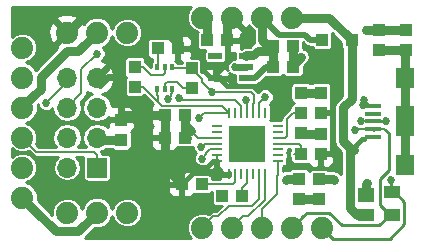
<source format=gtl>
%TF.GenerationSoftware,KiCad,Pcbnew,4.0.6*%
%TF.CreationDate,2017-10-08T18:55:19-04:00*%
%TF.ProjectId,USB-UART,5553422D554152542E6B696361645F70,rev?*%
%TF.FileFunction,Copper,L1,Top,Signal*%
%FSLAX46Y46*%
G04 Gerber Fmt 4.6, Leading zero omitted, Abs format (unit mm)*
G04 Created by KiCad (PCBNEW 4.0.6) date 10/08/17 18:55:19*
%MOMM*%
%LPD*%
G01*
G04 APERTURE LIST*
%ADD10C,0.127000*%
%ADD11R,1.099820X0.998220*%
%ADD12R,0.998220X1.099820*%
%ADD13R,1.000000X1.000000*%
%ADD14R,0.998220X0.998220*%
%ADD15C,1.879600*%
%ADD16R,1.447800X0.398780*%
%ADD17R,1.498600X1.798320*%
%ADD18R,1.498600X2.499360*%
%ADD19R,0.899160X0.254000*%
%ADD20R,0.254000X0.899160*%
%ADD21R,3.098800X3.098800*%
%ADD22R,1.198880X0.548640*%
%ADD23R,1.437640X1.198880*%
%ADD24R,1.437640X0.998220*%
%ADD25R,0.299720X0.497840*%
%ADD26R,1.700000X1.700000*%
%ADD27O,1.700000X1.700000*%
%ADD28C,0.685800*%
%ADD29C,0.200000*%
%ADD30C,0.500000*%
%ADD31C,0.800000*%
%ADD32C,0.600000*%
%ADD33C,0.400000*%
%ADD34C,0.254000*%
%ADD35C,0.300000*%
G04 APERTURE END LIST*
D10*
D11*
X160949640Y-103251000D03*
X162646360Y-103251000D03*
X157058360Y-100965000D03*
X155361640Y-100965000D03*
X151805640Y-107315000D03*
X153502360Y-107315000D03*
X151765000Y-109220000D03*
X153461720Y-109220000D03*
D12*
X172212000Y-100116640D03*
X172212000Y-101813360D03*
D13*
X165100000Y-100965000D03*
X167600000Y-100965000D03*
D14*
X164831032Y-114455746D03*
X164831032Y-112703146D03*
X163309300Y-105410000D03*
X163309300Y-107162600D03*
X163309300Y-108851700D03*
X163309300Y-110604300D03*
D15*
X139700000Y-101600000D03*
X139700000Y-104140000D03*
X139700000Y-106680000D03*
X139700000Y-109220000D03*
X139700000Y-111760000D03*
X139700000Y-114300000D03*
X154940000Y-99060000D03*
X157480000Y-99060000D03*
X160020000Y-99060000D03*
X162560000Y-99060000D03*
D16*
X169418000Y-107835700D03*
X169418000Y-108483400D03*
X169418000Y-106537760D03*
X169418000Y-107188000D03*
D17*
X172140880Y-111518700D03*
X172140880Y-104152700D03*
D18*
X172140880Y-107835700D03*
D16*
X169418000Y-109133640D03*
D15*
X143510000Y-100330000D03*
X146050000Y-100330000D03*
X148590000Y-100330000D03*
D11*
X160909000Y-101473000D03*
X162605720Y-101473000D03*
D12*
X169926000Y-100116640D03*
X169926000Y-101813360D03*
D11*
X153202640Y-113157000D03*
X154899360Y-113157000D03*
D12*
X163167332Y-112731086D03*
X163167332Y-114427806D03*
D11*
X158328360Y-114173000D03*
X156631640Y-114173000D03*
D12*
X164973000Y-107106720D03*
X164973000Y-105410000D03*
X164973000Y-110576360D03*
X164973000Y-108879640D03*
D19*
X156161740Y-108229400D03*
X156161740Y-108729780D03*
X156161740Y-109230160D03*
X156161740Y-109728000D03*
X156161740Y-110225840D03*
X156161740Y-110726220D03*
X156161740Y-111226600D03*
D20*
X157251400Y-112316260D03*
X157751780Y-112316260D03*
X158252160Y-112316260D03*
X158750000Y-112316260D03*
X159247840Y-112316260D03*
X159748220Y-112316260D03*
X160248600Y-112316260D03*
D19*
X161338260Y-111226600D03*
X161338260Y-110726220D03*
X161338260Y-110225840D03*
X161338260Y-109728000D03*
X161338260Y-109230160D03*
X161338260Y-108729780D03*
X161338260Y-108229400D03*
D20*
X160248600Y-107139740D03*
X159748220Y-107139740D03*
X159247840Y-107139740D03*
X158750000Y-107139740D03*
X158252160Y-107139740D03*
X157751780Y-107139740D03*
X157251400Y-107139740D03*
D21*
X158750000Y-109728000D03*
D22*
X158650940Y-104200960D03*
X158650940Y-103251000D03*
X158650940Y-102301040D03*
X156055060Y-102301040D03*
X156055060Y-104200960D03*
D23*
X168826180Y-114058700D03*
D24*
X168826180Y-115757960D03*
X171025820Y-115757960D03*
X171025820Y-113858040D03*
D15*
X143510000Y-115570000D03*
X146050000Y-115570000D03*
X148590000Y-115570000D03*
D12*
X154051000Y-103362550D03*
X154051000Y-105059270D03*
X149225000Y-103235550D03*
X149225000Y-104932270D03*
D11*
X152882240Y-101670910D03*
X151185520Y-101670910D03*
D12*
X148082000Y-107696000D03*
X148082000Y-109392720D03*
D25*
X152427580Y-103286350D03*
X151779880Y-103286350D03*
X151132180Y-103286350D03*
X151132180Y-105135470D03*
X151779880Y-105135470D03*
X152427580Y-105135470D03*
D15*
X154940000Y-116840000D03*
X157480000Y-116840000D03*
X160020000Y-116840000D03*
X162560000Y-116840000D03*
X165100000Y-116840000D03*
D26*
X146050000Y-111760000D03*
D27*
X143510000Y-111760000D03*
X146050000Y-109220000D03*
X143510000Y-109220000D03*
X146050000Y-106680000D03*
X143510000Y-106680000D03*
X146050000Y-104140000D03*
X143510000Y-104140000D03*
D28*
X155794292Y-105375292D03*
X154686000Y-107569000D03*
X163322000Y-102362000D03*
X157734000Y-103251000D03*
X158750000Y-109728000D03*
X154023236Y-108656045D03*
X156631640Y-114173000D03*
X166116000Y-112776000D03*
X168573000Y-106455799D03*
X168910000Y-113030000D03*
X168656000Y-106045000D03*
X168783000Y-100076000D03*
X170503671Y-107849587D03*
X154866407Y-110035407D03*
X168387898Y-107835701D03*
X170924707Y-112789776D03*
X154940000Y-110998000D03*
X167894000Y-108585000D03*
X153016436Y-105872984D03*
X141732000Y-106299000D03*
X158661652Y-106018202D03*
X160274000Y-105791000D03*
X158328360Y-114173000D03*
X162052000Y-112776000D03*
X152079980Y-105952334D03*
X151185520Y-101670910D03*
X146050000Y-102108000D03*
D29*
X159304554Y-105666410D02*
X159328748Y-105642216D01*
X159247840Y-106383510D02*
X159304554Y-106326796D01*
X159304554Y-106326796D02*
X159304554Y-105666410D01*
X159247840Y-107139740D02*
X159247840Y-106383510D01*
X155794292Y-105375292D02*
X154904111Y-104485111D01*
X159061824Y-105375292D02*
X155794292Y-105375292D01*
X154051000Y-103413350D02*
X154051000Y-103362550D01*
X154904111Y-104266461D02*
X154051000Y-103413350D01*
X154904111Y-104485111D02*
X154904111Y-104266461D01*
X159328748Y-105642216D02*
X159061824Y-105375292D01*
X159328748Y-105642216D02*
X159247840Y-107139740D01*
X154066450Y-103378000D02*
X154051000Y-103362550D01*
X154051000Y-103362550D02*
X152503780Y-103362550D01*
X152503780Y-103362550D02*
X152427580Y-103286350D01*
X157251400Y-107139740D02*
X155115260Y-107139740D01*
X155115260Y-107139740D02*
X154686000Y-107569000D01*
X152595551Y-106515889D02*
X151507729Y-106515889D01*
X156627549Y-106515889D02*
X152595551Y-106515889D01*
X157251400Y-107139740D02*
X156627549Y-106515889D01*
X151507729Y-106515889D02*
X149924110Y-104932270D01*
X149924110Y-104932270D02*
X149225000Y-104932270D01*
X151507729Y-106515889D02*
X151236850Y-106245010D01*
X151132180Y-105135470D02*
X151132180Y-105584390D01*
X151132180Y-105584390D02*
X151236850Y-105689060D01*
X151236850Y-105689060D02*
X151236850Y-106245010D01*
X151236850Y-106245010D02*
X149924110Y-104932270D01*
D30*
X159384742Y-104200960D02*
X158650940Y-104200960D01*
X160949640Y-103251000D02*
X160334702Y-103251000D01*
X160334702Y-103251000D02*
X159384742Y-104200960D01*
X165100000Y-100965000D02*
X164100000Y-100965000D01*
X164100000Y-100965000D02*
X163658889Y-100523889D01*
X163658889Y-100523889D02*
X161483889Y-100523889D01*
X161483889Y-100523889D02*
X160959799Y-99999799D01*
X160959799Y-99999799D02*
X160020000Y-99060000D01*
D31*
X160020000Y-99060000D02*
X160020000Y-100965000D01*
X160020000Y-100965000D02*
X160909000Y-101854000D01*
X160909000Y-101473000D02*
X160909000Y-103210360D01*
X160909000Y-103210360D02*
X160949640Y-103251000D01*
X161036000Y-101854000D02*
X159686090Y-101854000D01*
X159686090Y-101854000D02*
X159266990Y-102273100D01*
X159266990Y-102273100D02*
X158623000Y-102273100D01*
X158623000Y-102273100D02*
X158650940Y-102301040D01*
X162646360Y-103251000D02*
X162646360Y-103037640D01*
X162646360Y-103037640D02*
X163322000Y-102362000D01*
X162605720Y-101473000D02*
X162605720Y-103210360D01*
X162605720Y-103210360D02*
X162646360Y-103251000D01*
D32*
X158650940Y-103251000D02*
X157734000Y-103251000D01*
D29*
X156161740Y-109230160D02*
X154597351Y-109230160D01*
X154597351Y-109230160D02*
X154023236Y-108656045D01*
D31*
X153520214Y-108313146D02*
X153680337Y-108313146D01*
X153502360Y-108331000D02*
X153520214Y-108313146D01*
X153680337Y-108313146D02*
X154023236Y-108656045D01*
X164831032Y-112703146D02*
X166043146Y-112703146D01*
X166043146Y-112703146D02*
X166116000Y-112776000D01*
D29*
X154210410Y-108722160D02*
X153502360Y-108014110D01*
X153502360Y-108014110D02*
X153502360Y-107315000D01*
X153502360Y-107315000D02*
X153553160Y-107315000D01*
D31*
X153461720Y-109220000D02*
X153670000Y-109220000D01*
X153502360Y-108331000D02*
X153502360Y-109179360D01*
X153502360Y-107315000D02*
X153502360Y-108331000D01*
D29*
X169057933Y-106455799D02*
X168573000Y-106455799D01*
X169336039Y-106455799D02*
X169057933Y-106455799D01*
X169418000Y-106537760D02*
X169336039Y-106455799D01*
D31*
X155361640Y-100965000D02*
X155361640Y-99481640D01*
X155361640Y-99481640D02*
X154940000Y-99060000D01*
X153502360Y-109179360D02*
X153461720Y-109220000D01*
X168826180Y-114058700D02*
X168826180Y-113113820D01*
X168826180Y-113113820D02*
X168910000Y-113030000D01*
X169926000Y-100116640D02*
X172212000Y-100116640D01*
D29*
X169418000Y-106537760D02*
X169148760Y-106537760D01*
X169148760Y-106537760D02*
X168656000Y-106045000D01*
D31*
X169926000Y-100116640D02*
X168823640Y-100116640D01*
X168823640Y-100116640D02*
X168783000Y-100076000D01*
X151805640Y-107315000D02*
X148463000Y-107315000D01*
X151765000Y-109220000D02*
X151765000Y-111719360D01*
X151765000Y-111719360D02*
X153202640Y-113157000D01*
X151805640Y-107315000D02*
X151805640Y-109179360D01*
X151805640Y-109179360D02*
X151765000Y-109220000D01*
X143510000Y-100330000D02*
X145103801Y-98736199D01*
X145103801Y-98736199D02*
X151246639Y-98736199D01*
X151246639Y-98736199D02*
X152882240Y-100371800D01*
X152882240Y-100371800D02*
X152882240Y-101670910D01*
D33*
X156055060Y-104200960D02*
X156055060Y-103894802D01*
X156055060Y-103894802D02*
X157058360Y-102891502D01*
X157058360Y-102891502D02*
X157058360Y-101864110D01*
X157058360Y-101864110D02*
X157058360Y-100965000D01*
X156161740Y-111226600D02*
X156161740Y-111753600D01*
X156161740Y-111753600D02*
X156724400Y-112316260D01*
X156724400Y-112316260D02*
X157224779Y-112316260D01*
X154269440Y-112141000D02*
X154924760Y-112141000D01*
X154924760Y-112141000D02*
X155839160Y-111226600D01*
X155839160Y-111226600D02*
X156161740Y-111226600D01*
X153253440Y-113157000D02*
X154269440Y-112141000D01*
X152882240Y-101670910D02*
X154128382Y-101670910D01*
X154128382Y-101670910D02*
X154950111Y-102492639D01*
X154950111Y-102492639D02*
X154950111Y-103421131D01*
X154950111Y-103421131D02*
X155729940Y-104200960D01*
X155729940Y-104200960D02*
X156055060Y-104200960D01*
D29*
X156161740Y-110726220D02*
X156161740Y-111226600D01*
D33*
X165926111Y-107160721D02*
X165872110Y-107106720D01*
X165872110Y-107106720D02*
X164973000Y-107106720D01*
X165926111Y-110522359D02*
X165872110Y-110576360D01*
X165872110Y-110576360D02*
X164973000Y-110576360D01*
D32*
X146050000Y-104140000D02*
X146050000Y-104521000D01*
X146050000Y-104521000D02*
X146288007Y-104759007D01*
X146288007Y-104759007D02*
X146983101Y-104063913D01*
X146983101Y-104063913D02*
X147524901Y-104063913D01*
X148082000Y-106546090D02*
X148082000Y-107696000D01*
X152882240Y-101670910D02*
X152882240Y-101321408D01*
X152882240Y-101321408D02*
X152178631Y-100617799D01*
X152178631Y-100617799D02*
X150192409Y-100617799D01*
X150192409Y-100617799D02*
X150029801Y-100780407D01*
X150029801Y-100780407D02*
X150029801Y-101021105D01*
X150029801Y-101021105D02*
X148919267Y-102131639D01*
X148919267Y-102131639D02*
X148058361Y-102131639D01*
X148058361Y-102131639D02*
X146899999Y-103290001D01*
X146899999Y-103290001D02*
X146050000Y-104140000D01*
D31*
X148463000Y-107315000D02*
X148082000Y-107696000D01*
D33*
X165926111Y-104496889D02*
X165926111Y-107052719D01*
X165926111Y-107052719D02*
X165872110Y-107106720D01*
X156380180Y-104200960D02*
X157054501Y-104875281D01*
X165835311Y-104406089D02*
X165926111Y-104496889D01*
X160098867Y-104406089D02*
X165835311Y-104406089D01*
X159629675Y-104875281D02*
X160098867Y-104406089D01*
X157054501Y-104875281D02*
X159629675Y-104875281D01*
X156055060Y-104200960D02*
X156380180Y-104200960D01*
D29*
X153202640Y-113157000D02*
X153253440Y-113157000D01*
D33*
X165926111Y-107160721D02*
X165926111Y-110522359D01*
D31*
X157058360Y-100965000D02*
X157058360Y-99481640D01*
X157058360Y-99481640D02*
X157480000Y-99060000D01*
D32*
X147524901Y-104063913D02*
X148082000Y-104621012D01*
X148082000Y-104621012D02*
X148082000Y-106546090D01*
D34*
X169418000Y-107835700D02*
X170489784Y-107835700D01*
X170489784Y-107835700D02*
X170503671Y-107849587D01*
D29*
X156161740Y-109728000D02*
X155173814Y-109728000D01*
X155173814Y-109728000D02*
X154866407Y-110035407D01*
X169418000Y-107835700D02*
X168387899Y-107835700D01*
X168387899Y-107835700D02*
X168387898Y-107835701D01*
D34*
X170810513Y-117779799D02*
X166039799Y-117779799D01*
X172071641Y-116518671D02*
X170810513Y-117779799D01*
X172071641Y-114684151D02*
X172071641Y-116518671D01*
X171245530Y-113858040D02*
X172071641Y-114684151D01*
X171025820Y-113858040D02*
X171245530Y-113858040D01*
X166039799Y-117779799D02*
X165100000Y-116840000D01*
X170924707Y-112789776D02*
X170924707Y-113756927D01*
X170924707Y-113756927D02*
X171025820Y-113858040D01*
D29*
X169418000Y-108483400D02*
X170395900Y-108483400D01*
X170395900Y-108483400D02*
X170457741Y-108545241D01*
X154940000Y-110998000D02*
X155282899Y-110655101D01*
X155282899Y-110655101D02*
X155282899Y-110570409D01*
X155282899Y-110570409D02*
X155627468Y-110225840D01*
X155627468Y-110225840D02*
X156161740Y-110225840D01*
X169418000Y-108483400D02*
X167995600Y-108483400D01*
X167995600Y-108483400D02*
X167894000Y-108585000D01*
D34*
X171025820Y-115757960D02*
X170806110Y-115757960D01*
X170806110Y-115757960D02*
X169925999Y-116638071D01*
X169925999Y-116638071D02*
X166772937Y-116638071D01*
X166772937Y-116638071D02*
X165708065Y-115573199D01*
X165708065Y-115573199D02*
X163826801Y-115573199D01*
X163826801Y-115573199D02*
X163499799Y-115900201D01*
X163499799Y-115900201D02*
X162560000Y-116840000D01*
X169979999Y-112743030D02*
X169979999Y-114931849D01*
X170746421Y-108833921D02*
X170746421Y-111976608D01*
X170457741Y-108545241D02*
X170746421Y-108833921D01*
X170746421Y-111976608D02*
X169979999Y-112743030D01*
X169418000Y-108483400D02*
X169479841Y-108545241D01*
X169979999Y-114931849D02*
X170806110Y-115757960D01*
D29*
X154899360Y-113157000D02*
X157560620Y-113157000D01*
X157560620Y-113157000D02*
X157751780Y-112965840D01*
X157751780Y-112965840D02*
X157751780Y-112316260D01*
X157179949Y-115026111D02*
X159161471Y-115026111D01*
X156305859Y-115900201D02*
X157179949Y-115026111D01*
X159161471Y-115026111D02*
X159748220Y-114439362D01*
X159748220Y-114439362D02*
X159748220Y-112965840D01*
X159748220Y-112965840D02*
X159748220Y-112316260D01*
X156305859Y-115900201D02*
X155879799Y-115900201D01*
X155879799Y-115900201D02*
X154940000Y-116840000D01*
X158419799Y-115900201D02*
X157480000Y-116840000D01*
X158853081Y-115900201D02*
X158419799Y-115900201D01*
X160248600Y-114504682D02*
X158853081Y-115900201D01*
X160248600Y-112316260D02*
X160248600Y-114504682D01*
X160020000Y-116840000D02*
X160020000Y-115298982D01*
X160020000Y-115298982D02*
X161297991Y-114020991D01*
X161297991Y-114020991D02*
X161297991Y-112463679D01*
X161297991Y-112463679D02*
X161338260Y-112423410D01*
X161338260Y-112423410D02*
X161338260Y-111226600D01*
X153161645Y-106018193D02*
X153016436Y-105872984D01*
X157734331Y-106018193D02*
X153161645Y-106018193D01*
X158252160Y-107139740D02*
X158252160Y-106536022D01*
X158252160Y-106536022D02*
X157734331Y-106018193D01*
X153016444Y-105872984D02*
X153016436Y-105872984D01*
X153196362Y-106052902D02*
X153016444Y-105872984D01*
X141732000Y-106299000D02*
X143510000Y-104521000D01*
X143510000Y-104521000D02*
X143510000Y-104140000D01*
X146050000Y-111760000D02*
X146050000Y-110710000D01*
X146050000Y-110710000D02*
X145764001Y-110424001D01*
X145764001Y-110424001D02*
X140904001Y-110424001D01*
X140904001Y-110424001D02*
X140639799Y-110159799D01*
X140639799Y-110159799D02*
X139700000Y-109220000D01*
X158750000Y-106106550D02*
X158661652Y-106018202D01*
X158750000Y-107139740D02*
X158750000Y-106106550D01*
D31*
X163167332Y-114427806D02*
X164803092Y-114427806D01*
X164803092Y-114427806D02*
X164831032Y-114455746D01*
X169926000Y-101813360D02*
X172212000Y-101813360D01*
X172140880Y-107835700D02*
X172140880Y-111518700D01*
X172140880Y-104152700D02*
X172140880Y-107835700D01*
X172140880Y-104152700D02*
X172140880Y-102138480D01*
D33*
X168656000Y-109371130D02*
X168511907Y-109371130D01*
X168511907Y-109371130D02*
X167453359Y-110429678D01*
D31*
X167600000Y-100965000D02*
X167600000Y-105953385D01*
X167600000Y-105953385D02*
X166897099Y-106656286D01*
X166897099Y-106656286D02*
X166897099Y-109549892D01*
X166897099Y-109549892D02*
X167615122Y-110267915D01*
X167600000Y-100965000D02*
X165695000Y-99060000D01*
X165695000Y-99060000D02*
X162560000Y-99060000D01*
X167615122Y-100980122D02*
X167600000Y-100965000D01*
X167615122Y-110267915D02*
X167759215Y-110267915D01*
X168029978Y-115757960D02*
X168826180Y-115757960D01*
X167453359Y-115181341D02*
X168029978Y-115757960D01*
X167615122Y-110267915D02*
X167453359Y-110429678D01*
X167453359Y-110429678D02*
X167453359Y-115181341D01*
D29*
X169418000Y-109133640D02*
X168893490Y-109133640D01*
X168893490Y-109133640D02*
X168656000Y-109371130D01*
D35*
X168869360Y-109133640D02*
X169317511Y-109133640D01*
D31*
X163309300Y-105410000D02*
X164973000Y-105410000D01*
D29*
X162141841Y-108458000D02*
X162141841Y-108568159D01*
X162141841Y-107630949D02*
X162141841Y-108458000D01*
X162141841Y-108458000D02*
X162141841Y-109076159D01*
X162141841Y-109076159D02*
X161987840Y-109230160D01*
X161987840Y-109230160D02*
X161338260Y-109230160D01*
X163309300Y-107162600D02*
X162610190Y-107162600D01*
X162610190Y-107162600D02*
X162141841Y-107630949D01*
X162912400Y-107162600D02*
X163309300Y-107162600D01*
D31*
X164973000Y-108879640D02*
X163337240Y-108879640D01*
X163337240Y-108879640D02*
X163309300Y-108851700D01*
D29*
X163309300Y-110604300D02*
X163309300Y-109905190D01*
X163309300Y-109905190D02*
X163132110Y-109728000D01*
X161987840Y-109728000D02*
X161338260Y-109728000D01*
X163132110Y-109728000D02*
X161987840Y-109728000D01*
X163309300Y-110604300D02*
X163309300Y-110541460D01*
X162737140Y-110604300D02*
X163309300Y-110604300D01*
X159748220Y-107139740D02*
X159748220Y-106490160D01*
X159748220Y-106490160D02*
X159758565Y-106479815D01*
X159758565Y-106479815D02*
X159758565Y-106306435D01*
X159758565Y-106306435D02*
X160274000Y-105791000D01*
D31*
X146050000Y-100330000D02*
X144456199Y-101923801D01*
X144456199Y-101923801D02*
X143500277Y-101923801D01*
X143500277Y-101923801D02*
X141293801Y-104130277D01*
X141293801Y-104130277D02*
X141293801Y-105086199D01*
X141293801Y-105086199D02*
X140639799Y-105740201D01*
X140639799Y-105740201D02*
X139700000Y-106680000D01*
D29*
X158328360Y-114173000D02*
X158328360Y-113473890D01*
X158328360Y-113473890D02*
X158750000Y-113052250D01*
X158750000Y-113052250D02*
X158750000Y-112965840D01*
X158750000Y-112965840D02*
X158750000Y-112316260D01*
D31*
X163167332Y-112731086D02*
X162096914Y-112731086D01*
X162096914Y-112731086D02*
X162052000Y-112776000D01*
X146050000Y-115570000D02*
X144456199Y-117163801D01*
X144456199Y-117163801D02*
X142563801Y-117163801D01*
X142563801Y-117163801D02*
X140639799Y-115239799D01*
X140639799Y-115239799D02*
X139700000Y-114300000D01*
X148082000Y-109392720D02*
X146222720Y-109392720D01*
X146222720Y-109392720D02*
X146050000Y-109220000D01*
D29*
X152319535Y-105538471D02*
X152319535Y-105712779D01*
X152427580Y-105430426D02*
X152319535Y-105538471D01*
X152427580Y-105135470D02*
X152427580Y-105430426D01*
X152319535Y-105712779D02*
X152079980Y-105952334D01*
X143510000Y-106680000D02*
X144714001Y-105475999D01*
X144714001Y-105475999D02*
X144714001Y-103443999D01*
X144714001Y-103443999D02*
X146050000Y-102108000D01*
X151132180Y-103286350D02*
X151132180Y-103187290D01*
X151185520Y-101670910D02*
X151185520Y-103233010D01*
X151185520Y-103233010D02*
X151132180Y-103286350D01*
X154051000Y-105059270D02*
X153351890Y-105059270D01*
X153351890Y-105059270D02*
X152825169Y-104532549D01*
X152825169Y-104532549D02*
X151933881Y-104532549D01*
X151933881Y-104532549D02*
X151779880Y-104686550D01*
X151779880Y-104686550D02*
X151779880Y-105135470D01*
X149225000Y-103235550D02*
X149924110Y-103235550D01*
X149924110Y-103235550D02*
X150577831Y-103889271D01*
X150577831Y-103889271D02*
X151625879Y-103889271D01*
X151625879Y-103889271D02*
X151779880Y-103735270D01*
X151779880Y-103735270D02*
X151779880Y-103286350D01*
D34*
G36*
X153866686Y-98341479D02*
X153673420Y-98806912D01*
X153672981Y-99310877D01*
X153865433Y-99776647D01*
X154221479Y-100133314D01*
X154549995Y-100269727D01*
X154504592Y-100336176D01*
X154478324Y-100465890D01*
X154478324Y-101464110D01*
X154501125Y-101585289D01*
X154572742Y-101696584D01*
X154682016Y-101771248D01*
X154811730Y-101797516D01*
X155216461Y-101797516D01*
X155148482Y-101897006D01*
X155122214Y-102026720D01*
X155122214Y-102575360D01*
X155145015Y-102696539D01*
X155216632Y-102807834D01*
X155325906Y-102882498D01*
X155455620Y-102908766D01*
X156654500Y-102908766D01*
X156775679Y-102885965D01*
X156886974Y-102814348D01*
X156961638Y-102705074D01*
X156987906Y-102575360D01*
X156987906Y-102026720D01*
X156965105Y-101905541D01*
X156931360Y-101853100D01*
X156931360Y-101092000D01*
X156911360Y-101092000D01*
X156911360Y-100838000D01*
X156931360Y-100838000D01*
X156931360Y-100818000D01*
X157185360Y-100818000D01*
X157185360Y-100838000D01*
X158084520Y-100838000D01*
X158243270Y-100679250D01*
X158243270Y-100460566D01*
X158318077Y-100429580D01*
X158409363Y-100168968D01*
X157480000Y-99239605D01*
X157465858Y-99253748D01*
X157286253Y-99074143D01*
X157300395Y-99060000D01*
X157286253Y-99045858D01*
X157465858Y-98866253D01*
X157480000Y-98880395D01*
X157494143Y-98866253D01*
X157673748Y-99045858D01*
X157659605Y-99060000D01*
X158588968Y-99989363D01*
X158849580Y-99898077D01*
X158918389Y-99711195D01*
X158945433Y-99776647D01*
X159293000Y-100124820D01*
X159293000Y-100964995D01*
X159292999Y-100965000D01*
X159318262Y-101092000D01*
X159344637Y-101224596D01*
X159185704Y-101330792D01*
X159172023Y-101339933D01*
X158965856Y-101546100D01*
X158623005Y-101546100D01*
X158623000Y-101546099D01*
X158400190Y-101590420D01*
X158344789Y-101601440D01*
X158207289Y-101693314D01*
X158200650Y-101693314D01*
X158243270Y-101590420D01*
X158243270Y-101250750D01*
X158084520Y-101092000D01*
X157185360Y-101092000D01*
X157185360Y-101940360D01*
X157344110Y-102099110D01*
X157718094Y-102099110D01*
X157718094Y-102575360D01*
X157719172Y-102581087D01*
X157601333Y-102580984D01*
X157355028Y-102682755D01*
X157166418Y-102871037D01*
X157064217Y-103117164D01*
X157063984Y-103383667D01*
X157102311Y-103476425D01*
X157014199Y-103388313D01*
X156780810Y-103291640D01*
X156340810Y-103291640D01*
X156182060Y-103450390D01*
X156182060Y-104073960D01*
X157130750Y-104073960D01*
X157289500Y-103915210D01*
X157289500Y-103800331D01*
X157256651Y-103721026D01*
X157354037Y-103818582D01*
X157600164Y-103920783D01*
X157719259Y-103920887D01*
X157718094Y-103926640D01*
X157718094Y-104475280D01*
X157740895Y-104596459D01*
X157812512Y-104707754D01*
X157921786Y-104782418D01*
X158051500Y-104808686D01*
X159250380Y-104808686D01*
X159371559Y-104785885D01*
X159383875Y-104777960D01*
X159384737Y-104777960D01*
X159384742Y-104777961D01*
X159605550Y-104734038D01*
X159792743Y-104608961D01*
X160331920Y-104069784D01*
X160399730Y-104083516D01*
X161499550Y-104083516D01*
X161620729Y-104060715D01*
X161732024Y-103989098D01*
X161798782Y-103891394D01*
X161857462Y-103982584D01*
X161966736Y-104057248D01*
X162096450Y-104083516D01*
X163196270Y-104083516D01*
X163317449Y-104060715D01*
X163428744Y-103989098D01*
X163503408Y-103879824D01*
X163529676Y-103750110D01*
X163529676Y-103182457D01*
X163836066Y-102876067D01*
X163993660Y-102640211D01*
X164049000Y-102362000D01*
X163993660Y-102083790D01*
X163836066Y-101847934D01*
X163600210Y-101690340D01*
X163489036Y-101668226D01*
X163489036Y-101170038D01*
X163691999Y-101373001D01*
X163879192Y-101498078D01*
X164100000Y-101542000D01*
X164281082Y-101542000D01*
X164289395Y-101586179D01*
X164361012Y-101697474D01*
X164470286Y-101772138D01*
X164600000Y-101798406D01*
X165600000Y-101798406D01*
X165721179Y-101775605D01*
X165832474Y-101703988D01*
X165907138Y-101594714D01*
X165933406Y-101465000D01*
X165933406Y-100465000D01*
X165919015Y-100388515D01*
X166711536Y-101181037D01*
X166711536Y-101465000D01*
X166738103Y-101606190D01*
X166751000Y-101626233D01*
X166751000Y-105697885D01*
X166344849Y-106104036D01*
X166175549Y-106357410D01*
X166116099Y-106656286D01*
X166116099Y-109549892D01*
X166171167Y-109826736D01*
X166175549Y-109848768D01*
X166344849Y-110102142D01*
X166672363Y-110429656D01*
X166672359Y-110429678D01*
X166672359Y-112325228D01*
X166630067Y-112261933D01*
X166557213Y-112189079D01*
X166502998Y-112152854D01*
X166321357Y-112031486D01*
X166275198Y-112022304D01*
X166043146Y-111976145D01*
X166043141Y-111976146D01*
X165572080Y-111976146D01*
X165569130Y-111971562D01*
X165459856Y-111896898D01*
X165330142Y-111870630D01*
X164331922Y-111870630D01*
X164210743Y-111893431D01*
X164099448Y-111965048D01*
X164032637Y-112062829D01*
X164028339Y-112039986D01*
X163944896Y-111910311D01*
X163817576Y-111823317D01*
X163666442Y-111792712D01*
X162668222Y-111792712D01*
X162527032Y-111819279D01*
X162397357Y-111902722D01*
X162364995Y-111950086D01*
X162096914Y-111950086D01*
X161798038Y-112009536D01*
X161765260Y-112031438D01*
X161765260Y-111687006D01*
X161787840Y-111687006D01*
X161909019Y-111664205D01*
X162020314Y-111592588D01*
X162094978Y-111483314D01*
X162121246Y-111353600D01*
X162121246Y-111099600D01*
X162112474Y-111052980D01*
X162145699Y-111004354D01*
X162176304Y-110853220D01*
X162176304Y-110599220D01*
X162152273Y-110471509D01*
X162176304Y-110352840D01*
X162176304Y-110209000D01*
X162421726Y-110209000D01*
X162421726Y-110247675D01*
X162397022Y-110264182D01*
X162292754Y-110420229D01*
X162256140Y-110604300D01*
X162292754Y-110788371D01*
X162397022Y-110944418D01*
X162421726Y-110960925D01*
X162421726Y-111103410D01*
X162448293Y-111244600D01*
X162531736Y-111374275D01*
X162659056Y-111461269D01*
X162810190Y-111491874D01*
X163808410Y-111491874D01*
X163928639Y-111469251D01*
X163935563Y-111485968D01*
X164114191Y-111664597D01*
X164347580Y-111761270D01*
X164687250Y-111761270D01*
X164846000Y-111602520D01*
X164846000Y-110703360D01*
X165100000Y-110703360D01*
X165100000Y-111602520D01*
X165258750Y-111761270D01*
X165598420Y-111761270D01*
X165831809Y-111664597D01*
X166010437Y-111485968D01*
X166107110Y-111252579D01*
X166107110Y-110862110D01*
X165948360Y-110703360D01*
X165100000Y-110703360D01*
X164846000Y-110703360D01*
X164826000Y-110703360D01*
X164826000Y-110449360D01*
X164846000Y-110449360D01*
X164846000Y-110429360D01*
X165100000Y-110429360D01*
X165100000Y-110449360D01*
X165948360Y-110449360D01*
X166107110Y-110290610D01*
X166107110Y-109900141D01*
X166010437Y-109666752D01*
X165845866Y-109502180D01*
X165860574Y-109429550D01*
X165860574Y-108329730D01*
X165834675Y-108192091D01*
X166010437Y-108016328D01*
X166107110Y-107782939D01*
X166107110Y-107392470D01*
X165948360Y-107233720D01*
X165100000Y-107233720D01*
X165100000Y-107253720D01*
X164846000Y-107253720D01*
X164846000Y-107233720D01*
X164826000Y-107233720D01*
X164826000Y-106979720D01*
X164846000Y-106979720D01*
X164846000Y-106959720D01*
X165100000Y-106959720D01*
X165100000Y-106979720D01*
X165948360Y-106979720D01*
X166107110Y-106820970D01*
X166107110Y-106430501D01*
X166010437Y-106197112D01*
X165845866Y-106032540D01*
X165860574Y-105959910D01*
X165860574Y-104860090D01*
X165834007Y-104718900D01*
X165750564Y-104589225D01*
X165623244Y-104502231D01*
X165472110Y-104471626D01*
X164473890Y-104471626D01*
X164332700Y-104498193D01*
X164203025Y-104581636D01*
X164170663Y-104629000D01*
X164070728Y-104629000D01*
X163959544Y-104553031D01*
X163808410Y-104522426D01*
X162810190Y-104522426D01*
X162669000Y-104548993D01*
X162539325Y-104632436D01*
X162452331Y-104759756D01*
X162421726Y-104910890D01*
X162421726Y-105909110D01*
X162448293Y-106050300D01*
X162531736Y-106179975D01*
X162659056Y-106266969D01*
X162752473Y-106285886D01*
X162669000Y-106301593D01*
X162539325Y-106385036D01*
X162452331Y-106512356D01*
X162421726Y-106663490D01*
X162421726Y-106721149D01*
X162270072Y-106822481D01*
X161801723Y-107290831D01*
X161697455Y-107446878D01*
X161660841Y-107630949D01*
X161660841Y-107713936D01*
X160888680Y-107713936D01*
X160747490Y-107740503D01*
X160722390Y-107756655D01*
X160733459Y-107740454D01*
X160764064Y-107589320D01*
X160764064Y-106690160D01*
X160737497Y-106548970D01*
X160654054Y-106419295D01*
X160652167Y-106418005D01*
X160683521Y-106405050D01*
X160887335Y-106201592D01*
X160997774Y-105935624D01*
X160998025Y-105647639D01*
X160888050Y-105381479D01*
X160684592Y-105177665D01*
X160418624Y-105067226D01*
X160130639Y-105066975D01*
X159864479Y-105176950D01*
X159660665Y-105380408D01*
X159660556Y-105380670D01*
X159646532Y-105357010D01*
X159637177Y-105350000D01*
X159630683Y-105340282D01*
X159363759Y-105073357D01*
X159225230Y-104980795D01*
X159061824Y-104948291D01*
X159061819Y-104948292D01*
X157079514Y-104948292D01*
X157192827Y-104834978D01*
X157289500Y-104601589D01*
X157289500Y-104486710D01*
X157130750Y-104327960D01*
X156182060Y-104327960D01*
X156182060Y-104347960D01*
X155928060Y-104347960D01*
X155928060Y-104327960D01*
X155908060Y-104327960D01*
X155908060Y-104073960D01*
X155928060Y-104073960D01*
X155928060Y-103450390D01*
X155769310Y-103291640D01*
X155329310Y-103291640D01*
X155095921Y-103388313D01*
X154917293Y-103566942D01*
X154885417Y-103643898D01*
X154883516Y-103641997D01*
X154883516Y-102812640D01*
X154860715Y-102691461D01*
X154789098Y-102580166D01*
X154679824Y-102505502D01*
X154550110Y-102479234D01*
X153991389Y-102479234D01*
X154067150Y-102296330D01*
X154067150Y-101956660D01*
X153908400Y-101797910D01*
X153009240Y-101797910D01*
X153009240Y-102646270D01*
X153167990Y-102805020D01*
X153220027Y-102805020D01*
X153218484Y-102812640D01*
X153218484Y-102935550D01*
X152891676Y-102935550D01*
X152888045Y-102916251D01*
X152816428Y-102804956D01*
X152707154Y-102730292D01*
X152677270Y-102724240D01*
X152755240Y-102646270D01*
X152755240Y-101797910D01*
X152735240Y-101797910D01*
X152735240Y-101543910D01*
X152755240Y-101543910D01*
X152755240Y-100695550D01*
X153009240Y-100695550D01*
X153009240Y-101543910D01*
X153908400Y-101543910D01*
X154067150Y-101385160D01*
X154067150Y-101045490D01*
X153970477Y-100812101D01*
X153791848Y-100633473D01*
X153558459Y-100536800D01*
X153167990Y-100536800D01*
X153009240Y-100695550D01*
X152755240Y-100695550D01*
X152596490Y-100536800D01*
X152206021Y-100536800D01*
X151972632Y-100633473D01*
X151808060Y-100798044D01*
X151735430Y-100783336D01*
X150635610Y-100783336D01*
X150494420Y-100809903D01*
X150364745Y-100893346D01*
X150277751Y-101020666D01*
X150247146Y-101171800D01*
X150247146Y-102170020D01*
X150273713Y-102311210D01*
X150357156Y-102440885D01*
X150484476Y-102527879D01*
X150635610Y-102558484D01*
X150704520Y-102558484D01*
X150704520Y-102769126D01*
X150624461Y-102886296D01*
X150593856Y-103037430D01*
X150593856Y-103225060D01*
X150264228Y-102895432D01*
X150112574Y-102794099D01*
X150112574Y-102685640D01*
X150086007Y-102544450D01*
X150002564Y-102414775D01*
X149875244Y-102327781D01*
X149724110Y-102297176D01*
X148725890Y-102297176D01*
X148584700Y-102323743D01*
X148455025Y-102407186D01*
X148368031Y-102534506D01*
X148337426Y-102685640D01*
X148337426Y-103785460D01*
X148363993Y-103926650D01*
X148447436Y-104056325D01*
X148535345Y-104116391D01*
X148493416Y-104143372D01*
X148418752Y-104252646D01*
X148392484Y-104382360D01*
X148392484Y-105482180D01*
X148415285Y-105603359D01*
X148486902Y-105714654D01*
X148596176Y-105789318D01*
X148725890Y-105815586D01*
X149724110Y-105815586D01*
X149845289Y-105792785D01*
X149956584Y-105721168D01*
X150018509Y-105630538D01*
X150780783Y-106392812D01*
X150717403Y-106456191D01*
X150620730Y-106689580D01*
X150620730Y-107029250D01*
X150779480Y-107188000D01*
X151678640Y-107188000D01*
X151678640Y-107168000D01*
X151932640Y-107168000D01*
X151932640Y-107188000D01*
X151952640Y-107188000D01*
X151952640Y-107442000D01*
X151932640Y-107442000D01*
X151932640Y-108204000D01*
X151892000Y-108244640D01*
X151892000Y-109093000D01*
X151912000Y-109093000D01*
X151912000Y-109347000D01*
X151892000Y-109347000D01*
X151892000Y-110195360D01*
X152050750Y-110354110D01*
X152441219Y-110354110D01*
X152674608Y-110257437D01*
X152853237Y-110078809D01*
X152867818Y-110043607D01*
X152911810Y-110052516D01*
X154011630Y-110052516D01*
X154132809Y-110029715D01*
X154196548Y-109988700D01*
X154196391Y-110168074D01*
X154298162Y-110414379D01*
X154437054Y-110553513D01*
X154372418Y-110618037D01*
X154270217Y-110864164D01*
X154269984Y-111130667D01*
X154371755Y-111376972D01*
X154560037Y-111565582D01*
X154806164Y-111667783D01*
X155072667Y-111668016D01*
X155143033Y-111638941D01*
X155173833Y-111713299D01*
X155352462Y-111891927D01*
X155585851Y-111988600D01*
X155875990Y-111988600D01*
X156034740Y-111829850D01*
X156034740Y-111099600D01*
X156288740Y-111099600D01*
X156288740Y-111829850D01*
X156447490Y-111988600D01*
X156489400Y-111988600D01*
X156489400Y-112030510D01*
X156648150Y-112189260D01*
X157187900Y-112189260D01*
X157187900Y-112169260D01*
X157291374Y-112169260D01*
X157291374Y-112463260D01*
X157187900Y-112463260D01*
X157187900Y-112443260D01*
X156648150Y-112443260D01*
X156489400Y-112602010D01*
X156489400Y-112730000D01*
X155782676Y-112730000D01*
X155782676Y-112657890D01*
X155759875Y-112536711D01*
X155688258Y-112425416D01*
X155578984Y-112350752D01*
X155449270Y-112324484D01*
X154349450Y-112324484D01*
X154305215Y-112332807D01*
X154290877Y-112298191D01*
X154112248Y-112119563D01*
X153878859Y-112022890D01*
X153488390Y-112022890D01*
X153329640Y-112181640D01*
X153329640Y-113030000D01*
X153349640Y-113030000D01*
X153349640Y-113284000D01*
X153329640Y-113284000D01*
X153329640Y-114132360D01*
X153488390Y-114291110D01*
X153878859Y-114291110D01*
X154112248Y-114194437D01*
X154290877Y-114015809D01*
X154305458Y-113980607D01*
X154349450Y-113989516D01*
X155449270Y-113989516D01*
X155570449Y-113966715D01*
X155681744Y-113895098D01*
X155748324Y-113797655D01*
X155748324Y-114672110D01*
X155771125Y-114793289D01*
X155842742Y-114904584D01*
X155952016Y-114979248D01*
X156081730Y-115005516D01*
X156596674Y-115005516D01*
X156128989Y-115473201D01*
X155879799Y-115473201D01*
X155716393Y-115505704D01*
X155577864Y-115598266D01*
X155577862Y-115598269D01*
X155482525Y-115693606D01*
X155193088Y-115573420D01*
X154689123Y-115572981D01*
X154223353Y-115765433D01*
X153866686Y-116121479D01*
X153673420Y-116586912D01*
X153672981Y-117090877D01*
X153865433Y-117556647D01*
X154037486Y-117729000D01*
X144989070Y-117729000D01*
X145008449Y-117716051D01*
X145833888Y-116890612D01*
X146311571Y-116891029D01*
X146797196Y-116690373D01*
X147169067Y-116319150D01*
X147349409Y-115884838D01*
X147515433Y-116286647D01*
X147871479Y-116643314D01*
X148336912Y-116836580D01*
X148840877Y-116837019D01*
X149306647Y-116644567D01*
X149663314Y-116288521D01*
X149856580Y-115823088D01*
X149857019Y-115319123D01*
X149664567Y-114853353D01*
X149308521Y-114496686D01*
X148843088Y-114303420D01*
X148339123Y-114302981D01*
X147873353Y-114495433D01*
X147516686Y-114851479D01*
X147349040Y-115255212D01*
X147170373Y-114822804D01*
X146799150Y-114450933D01*
X146313876Y-114249430D01*
X145788429Y-114248971D01*
X145302804Y-114449627D01*
X144930933Y-114820850D01*
X144750591Y-115255162D01*
X144584567Y-114853353D01*
X144228521Y-114496686D01*
X143763088Y-114303420D01*
X143259123Y-114302981D01*
X142793353Y-114495433D01*
X142436686Y-114851479D01*
X142243420Y-115316912D01*
X142243053Y-115738552D01*
X141192051Y-114687551D01*
X141192049Y-114687548D01*
X141020612Y-114516111D01*
X141021029Y-114038429D01*
X140820373Y-113552804D01*
X140710511Y-113442750D01*
X152017730Y-113442750D01*
X152017730Y-113782420D01*
X152114403Y-114015809D01*
X152293032Y-114194437D01*
X152526421Y-114291110D01*
X152916890Y-114291110D01*
X153075640Y-114132360D01*
X153075640Y-113284000D01*
X152176480Y-113284000D01*
X152017730Y-113442750D01*
X140710511Y-113442750D01*
X140449150Y-113180933D01*
X140014838Y-113000591D01*
X140416647Y-112834567D01*
X140773314Y-112478521D01*
X140966580Y-112013088D01*
X140967019Y-111509123D01*
X140774567Y-111043353D01*
X140418521Y-110686686D01*
X139953088Y-110493420D01*
X139449123Y-110492981D01*
X138983353Y-110685433D01*
X138811000Y-110857486D01*
X138811000Y-110122537D01*
X138981479Y-110293314D01*
X139446912Y-110486580D01*
X139950877Y-110487019D01*
X140242609Y-110366478D01*
X140337862Y-110461731D01*
X140337864Y-110461734D01*
X140602066Y-110725936D01*
X140740595Y-110818498D01*
X140904001Y-110851002D01*
X140904006Y-110851001D01*
X142769517Y-110851001D01*
X142654676Y-110927735D01*
X142399535Y-111309582D01*
X142309941Y-111760000D01*
X142399535Y-112210418D01*
X142654676Y-112592265D01*
X143036523Y-112847406D01*
X143486941Y-112937000D01*
X143533059Y-112937000D01*
X143983477Y-112847406D01*
X144365324Y-112592265D01*
X144620465Y-112210418D01*
X144710059Y-111760000D01*
X144620465Y-111309582D01*
X144365324Y-110927735D01*
X144250483Y-110851001D01*
X144878542Y-110851001D01*
X144866594Y-110910000D01*
X144866594Y-112610000D01*
X144889395Y-112731179D01*
X144961012Y-112842474D01*
X145070286Y-112917138D01*
X145200000Y-112943406D01*
X146900000Y-112943406D01*
X147021179Y-112920605D01*
X147132474Y-112848988D01*
X147207138Y-112739714D01*
X147233406Y-112610000D01*
X147233406Y-112531580D01*
X152017730Y-112531580D01*
X152017730Y-112871250D01*
X152176480Y-113030000D01*
X153075640Y-113030000D01*
X153075640Y-112181640D01*
X152916890Y-112022890D01*
X152526421Y-112022890D01*
X152293032Y-112119563D01*
X152114403Y-112298191D01*
X152017730Y-112531580D01*
X147233406Y-112531580D01*
X147233406Y-110910000D01*
X147210605Y-110788821D01*
X147138988Y-110677526D01*
X147029714Y-110602862D01*
X146900000Y-110576594D01*
X146450464Y-110576594D01*
X146444497Y-110546594D01*
X146441067Y-110541460D01*
X146351935Y-110408065D01*
X146351932Y-110408063D01*
X146341653Y-110397784D01*
X146545200Y-110357296D01*
X146819940Y-110173720D01*
X147278842Y-110173720D01*
X147304436Y-110213495D01*
X147431756Y-110300489D01*
X147582890Y-110331094D01*
X148581110Y-110331094D01*
X148722300Y-110304527D01*
X148851975Y-110221084D01*
X148938969Y-110093764D01*
X148969574Y-109942630D01*
X148969574Y-109505750D01*
X150580090Y-109505750D01*
X150580090Y-109845420D01*
X150676763Y-110078809D01*
X150855392Y-110257437D01*
X151088781Y-110354110D01*
X151479250Y-110354110D01*
X151638000Y-110195360D01*
X151638000Y-109347000D01*
X150738840Y-109347000D01*
X150580090Y-109505750D01*
X148969574Y-109505750D01*
X148969574Y-108842810D01*
X148955743Y-108769303D01*
X149119437Y-108605608D01*
X149124004Y-108594580D01*
X150580090Y-108594580D01*
X150580090Y-108934250D01*
X150738840Y-109093000D01*
X151638000Y-109093000D01*
X151638000Y-108331000D01*
X151678640Y-108290360D01*
X151678640Y-107442000D01*
X150779480Y-107442000D01*
X150620730Y-107600750D01*
X150620730Y-107940420D01*
X150717403Y-108173809D01*
X150790775Y-108247180D01*
X150676763Y-108361191D01*
X150580090Y-108594580D01*
X149124004Y-108594580D01*
X149216110Y-108372219D01*
X149216110Y-107981750D01*
X149057360Y-107823000D01*
X148209000Y-107823000D01*
X148209000Y-107843000D01*
X147955000Y-107843000D01*
X147955000Y-107823000D01*
X147106640Y-107823000D01*
X146947890Y-107981750D01*
X146947890Y-108354528D01*
X146944565Y-108349552D01*
X146545200Y-108082704D01*
X146074117Y-107989000D01*
X146025883Y-107989000D01*
X145554800Y-108082704D01*
X145155435Y-108349552D01*
X144888587Y-108748917D01*
X144794883Y-109220000D01*
X144888587Y-109691083D01*
X145092996Y-109997001D01*
X144467004Y-109997001D01*
X144671413Y-109691083D01*
X144765117Y-109220000D01*
X144671413Y-108748917D01*
X144404565Y-108349552D01*
X144005200Y-108082704D01*
X143534117Y-107989000D01*
X143485883Y-107989000D01*
X143014800Y-108082704D01*
X142615435Y-108349552D01*
X142348587Y-108748917D01*
X142254883Y-109220000D01*
X142348587Y-109691083D01*
X142552996Y-109997001D01*
X141080871Y-109997001D01*
X140941734Y-109857864D01*
X140941731Y-109857862D01*
X140846394Y-109762525D01*
X140966580Y-109473088D01*
X140967019Y-108969123D01*
X140774567Y-108503353D01*
X140418521Y-108146686D01*
X140014788Y-107979040D01*
X140447196Y-107800373D01*
X140819067Y-107429150D01*
X141020570Y-106943876D01*
X141020990Y-106463511D01*
X141061992Y-106422509D01*
X141061984Y-106431667D01*
X141163755Y-106677972D01*
X141352037Y-106866582D01*
X141598164Y-106968783D01*
X141864667Y-106969016D01*
X142110972Y-106867245D01*
X142262116Y-106716364D01*
X142348587Y-107151083D01*
X142615435Y-107550448D01*
X143014800Y-107817296D01*
X143485883Y-107911000D01*
X143534117Y-107911000D01*
X144005200Y-107817296D01*
X144404565Y-107550448D01*
X144671413Y-107151083D01*
X144765117Y-106680000D01*
X144671413Y-106208917D01*
X144667370Y-106202867D01*
X145054120Y-105816117D01*
X145158388Y-105660069D01*
X145195001Y-105475999D01*
X145195001Y-105347562D01*
X145593947Y-105534917D01*
X145554800Y-105542704D01*
X145155435Y-105809552D01*
X144888587Y-106208917D01*
X144794883Y-106680000D01*
X144888587Y-107151083D01*
X145155435Y-107550448D01*
X145554800Y-107817296D01*
X146025883Y-107911000D01*
X146074117Y-107911000D01*
X146545200Y-107817296D01*
X146944565Y-107550448D01*
X147002052Y-107464412D01*
X147106640Y-107569000D01*
X147955000Y-107569000D01*
X147955000Y-106669840D01*
X148209000Y-106669840D01*
X148209000Y-107569000D01*
X149057360Y-107569000D01*
X149216110Y-107410250D01*
X149216110Y-107019781D01*
X149119437Y-106786392D01*
X148940809Y-106607763D01*
X148707420Y-106511090D01*
X148367750Y-106511090D01*
X148209000Y-106669840D01*
X147955000Y-106669840D01*
X147796250Y-106511090D01*
X147456580Y-106511090D01*
X147285606Y-106581910D01*
X147211413Y-106208917D01*
X146944565Y-105809552D01*
X146545200Y-105542704D01*
X146506053Y-105534917D01*
X146931358Y-105335183D01*
X147321645Y-104906924D01*
X147491476Y-104496890D01*
X147370155Y-104267000D01*
X146177000Y-104267000D01*
X146177000Y-104287000D01*
X145923000Y-104287000D01*
X145923000Y-104267000D01*
X145903000Y-104267000D01*
X145903000Y-104013000D01*
X145923000Y-104013000D01*
X145923000Y-103993000D01*
X146177000Y-103993000D01*
X146177000Y-104013000D01*
X147370155Y-104013000D01*
X147491476Y-103783110D01*
X147321645Y-103373076D01*
X146931358Y-102944817D01*
X146458184Y-102722602D01*
X146459521Y-102722050D01*
X146663335Y-102518592D01*
X146773774Y-102252624D01*
X146774025Y-101964639D01*
X146664050Y-101698479D01*
X146527584Y-101561774D01*
X146797196Y-101450373D01*
X147169067Y-101079150D01*
X147349409Y-100644838D01*
X147515433Y-101046647D01*
X147871479Y-101403314D01*
X148336912Y-101596580D01*
X148840877Y-101597019D01*
X149306647Y-101404567D01*
X149663314Y-101048521D01*
X149856580Y-100583088D01*
X149857019Y-100079123D01*
X149664567Y-99613353D01*
X149308521Y-99256686D01*
X148843088Y-99063420D01*
X148339123Y-99062981D01*
X147873353Y-99255433D01*
X147516686Y-99611479D01*
X147349040Y-100015212D01*
X147170373Y-99582804D01*
X146799150Y-99210933D01*
X146313876Y-99009430D01*
X145788429Y-99008971D01*
X145302804Y-99209627D01*
X144930933Y-99580850D01*
X144923665Y-99598354D01*
X144879580Y-99491923D01*
X144618968Y-99400637D01*
X143689605Y-100330000D01*
X143703748Y-100344143D01*
X143524143Y-100523748D01*
X143510000Y-100509605D01*
X142580637Y-101438968D01*
X142658453Y-101661124D01*
X140851483Y-103468095D01*
X140820373Y-103392804D01*
X140449150Y-103020933D01*
X140014838Y-102840591D01*
X140416647Y-102674567D01*
X140773314Y-102318521D01*
X140966580Y-101853088D01*
X140967019Y-101349123D01*
X140774567Y-100883353D01*
X140418521Y-100526686D01*
X139953088Y-100333420D01*
X139449123Y-100332981D01*
X138983353Y-100525433D01*
X138811000Y-100697486D01*
X138811000Y-100079833D01*
X141923955Y-100079833D01*
X141948951Y-100705828D01*
X142140420Y-101168077D01*
X142401032Y-101259363D01*
X143330395Y-100330000D01*
X142401032Y-99400637D01*
X142140420Y-99491923D01*
X141923955Y-100079833D01*
X138811000Y-100079833D01*
X138811000Y-99221032D01*
X142580637Y-99221032D01*
X143510000Y-100150395D01*
X144439363Y-99221032D01*
X144348077Y-98960420D01*
X143760167Y-98743955D01*
X143134172Y-98768951D01*
X142671923Y-98960420D01*
X142580637Y-99221032D01*
X138811000Y-99221032D01*
X138811000Y-98171000D01*
X154037463Y-98171000D01*
X153866686Y-98341479D01*
X153866686Y-98341479D01*
G37*
X153866686Y-98341479D02*
X153673420Y-98806912D01*
X153672981Y-99310877D01*
X153865433Y-99776647D01*
X154221479Y-100133314D01*
X154549995Y-100269727D01*
X154504592Y-100336176D01*
X154478324Y-100465890D01*
X154478324Y-101464110D01*
X154501125Y-101585289D01*
X154572742Y-101696584D01*
X154682016Y-101771248D01*
X154811730Y-101797516D01*
X155216461Y-101797516D01*
X155148482Y-101897006D01*
X155122214Y-102026720D01*
X155122214Y-102575360D01*
X155145015Y-102696539D01*
X155216632Y-102807834D01*
X155325906Y-102882498D01*
X155455620Y-102908766D01*
X156654500Y-102908766D01*
X156775679Y-102885965D01*
X156886974Y-102814348D01*
X156961638Y-102705074D01*
X156987906Y-102575360D01*
X156987906Y-102026720D01*
X156965105Y-101905541D01*
X156931360Y-101853100D01*
X156931360Y-101092000D01*
X156911360Y-101092000D01*
X156911360Y-100838000D01*
X156931360Y-100838000D01*
X156931360Y-100818000D01*
X157185360Y-100818000D01*
X157185360Y-100838000D01*
X158084520Y-100838000D01*
X158243270Y-100679250D01*
X158243270Y-100460566D01*
X158318077Y-100429580D01*
X158409363Y-100168968D01*
X157480000Y-99239605D01*
X157465858Y-99253748D01*
X157286253Y-99074143D01*
X157300395Y-99060000D01*
X157286253Y-99045858D01*
X157465858Y-98866253D01*
X157480000Y-98880395D01*
X157494143Y-98866253D01*
X157673748Y-99045858D01*
X157659605Y-99060000D01*
X158588968Y-99989363D01*
X158849580Y-99898077D01*
X158918389Y-99711195D01*
X158945433Y-99776647D01*
X159293000Y-100124820D01*
X159293000Y-100964995D01*
X159292999Y-100965000D01*
X159318262Y-101092000D01*
X159344637Y-101224596D01*
X159185704Y-101330792D01*
X159172023Y-101339933D01*
X158965856Y-101546100D01*
X158623005Y-101546100D01*
X158623000Y-101546099D01*
X158400190Y-101590420D01*
X158344789Y-101601440D01*
X158207289Y-101693314D01*
X158200650Y-101693314D01*
X158243270Y-101590420D01*
X158243270Y-101250750D01*
X158084520Y-101092000D01*
X157185360Y-101092000D01*
X157185360Y-101940360D01*
X157344110Y-102099110D01*
X157718094Y-102099110D01*
X157718094Y-102575360D01*
X157719172Y-102581087D01*
X157601333Y-102580984D01*
X157355028Y-102682755D01*
X157166418Y-102871037D01*
X157064217Y-103117164D01*
X157063984Y-103383667D01*
X157102311Y-103476425D01*
X157014199Y-103388313D01*
X156780810Y-103291640D01*
X156340810Y-103291640D01*
X156182060Y-103450390D01*
X156182060Y-104073960D01*
X157130750Y-104073960D01*
X157289500Y-103915210D01*
X157289500Y-103800331D01*
X157256651Y-103721026D01*
X157354037Y-103818582D01*
X157600164Y-103920783D01*
X157719259Y-103920887D01*
X157718094Y-103926640D01*
X157718094Y-104475280D01*
X157740895Y-104596459D01*
X157812512Y-104707754D01*
X157921786Y-104782418D01*
X158051500Y-104808686D01*
X159250380Y-104808686D01*
X159371559Y-104785885D01*
X159383875Y-104777960D01*
X159384737Y-104777960D01*
X159384742Y-104777961D01*
X159605550Y-104734038D01*
X159792743Y-104608961D01*
X160331920Y-104069784D01*
X160399730Y-104083516D01*
X161499550Y-104083516D01*
X161620729Y-104060715D01*
X161732024Y-103989098D01*
X161798782Y-103891394D01*
X161857462Y-103982584D01*
X161966736Y-104057248D01*
X162096450Y-104083516D01*
X163196270Y-104083516D01*
X163317449Y-104060715D01*
X163428744Y-103989098D01*
X163503408Y-103879824D01*
X163529676Y-103750110D01*
X163529676Y-103182457D01*
X163836066Y-102876067D01*
X163993660Y-102640211D01*
X164049000Y-102362000D01*
X163993660Y-102083790D01*
X163836066Y-101847934D01*
X163600210Y-101690340D01*
X163489036Y-101668226D01*
X163489036Y-101170038D01*
X163691999Y-101373001D01*
X163879192Y-101498078D01*
X164100000Y-101542000D01*
X164281082Y-101542000D01*
X164289395Y-101586179D01*
X164361012Y-101697474D01*
X164470286Y-101772138D01*
X164600000Y-101798406D01*
X165600000Y-101798406D01*
X165721179Y-101775605D01*
X165832474Y-101703988D01*
X165907138Y-101594714D01*
X165933406Y-101465000D01*
X165933406Y-100465000D01*
X165919015Y-100388515D01*
X166711536Y-101181037D01*
X166711536Y-101465000D01*
X166738103Y-101606190D01*
X166751000Y-101626233D01*
X166751000Y-105697885D01*
X166344849Y-106104036D01*
X166175549Y-106357410D01*
X166116099Y-106656286D01*
X166116099Y-109549892D01*
X166171167Y-109826736D01*
X166175549Y-109848768D01*
X166344849Y-110102142D01*
X166672363Y-110429656D01*
X166672359Y-110429678D01*
X166672359Y-112325228D01*
X166630067Y-112261933D01*
X166557213Y-112189079D01*
X166502998Y-112152854D01*
X166321357Y-112031486D01*
X166275198Y-112022304D01*
X166043146Y-111976145D01*
X166043141Y-111976146D01*
X165572080Y-111976146D01*
X165569130Y-111971562D01*
X165459856Y-111896898D01*
X165330142Y-111870630D01*
X164331922Y-111870630D01*
X164210743Y-111893431D01*
X164099448Y-111965048D01*
X164032637Y-112062829D01*
X164028339Y-112039986D01*
X163944896Y-111910311D01*
X163817576Y-111823317D01*
X163666442Y-111792712D01*
X162668222Y-111792712D01*
X162527032Y-111819279D01*
X162397357Y-111902722D01*
X162364995Y-111950086D01*
X162096914Y-111950086D01*
X161798038Y-112009536D01*
X161765260Y-112031438D01*
X161765260Y-111687006D01*
X161787840Y-111687006D01*
X161909019Y-111664205D01*
X162020314Y-111592588D01*
X162094978Y-111483314D01*
X162121246Y-111353600D01*
X162121246Y-111099600D01*
X162112474Y-111052980D01*
X162145699Y-111004354D01*
X162176304Y-110853220D01*
X162176304Y-110599220D01*
X162152273Y-110471509D01*
X162176304Y-110352840D01*
X162176304Y-110209000D01*
X162421726Y-110209000D01*
X162421726Y-110247675D01*
X162397022Y-110264182D01*
X162292754Y-110420229D01*
X162256140Y-110604300D01*
X162292754Y-110788371D01*
X162397022Y-110944418D01*
X162421726Y-110960925D01*
X162421726Y-111103410D01*
X162448293Y-111244600D01*
X162531736Y-111374275D01*
X162659056Y-111461269D01*
X162810190Y-111491874D01*
X163808410Y-111491874D01*
X163928639Y-111469251D01*
X163935563Y-111485968D01*
X164114191Y-111664597D01*
X164347580Y-111761270D01*
X164687250Y-111761270D01*
X164846000Y-111602520D01*
X164846000Y-110703360D01*
X165100000Y-110703360D01*
X165100000Y-111602520D01*
X165258750Y-111761270D01*
X165598420Y-111761270D01*
X165831809Y-111664597D01*
X166010437Y-111485968D01*
X166107110Y-111252579D01*
X166107110Y-110862110D01*
X165948360Y-110703360D01*
X165100000Y-110703360D01*
X164846000Y-110703360D01*
X164826000Y-110703360D01*
X164826000Y-110449360D01*
X164846000Y-110449360D01*
X164846000Y-110429360D01*
X165100000Y-110429360D01*
X165100000Y-110449360D01*
X165948360Y-110449360D01*
X166107110Y-110290610D01*
X166107110Y-109900141D01*
X166010437Y-109666752D01*
X165845866Y-109502180D01*
X165860574Y-109429550D01*
X165860574Y-108329730D01*
X165834675Y-108192091D01*
X166010437Y-108016328D01*
X166107110Y-107782939D01*
X166107110Y-107392470D01*
X165948360Y-107233720D01*
X165100000Y-107233720D01*
X165100000Y-107253720D01*
X164846000Y-107253720D01*
X164846000Y-107233720D01*
X164826000Y-107233720D01*
X164826000Y-106979720D01*
X164846000Y-106979720D01*
X164846000Y-106959720D01*
X165100000Y-106959720D01*
X165100000Y-106979720D01*
X165948360Y-106979720D01*
X166107110Y-106820970D01*
X166107110Y-106430501D01*
X166010437Y-106197112D01*
X165845866Y-106032540D01*
X165860574Y-105959910D01*
X165860574Y-104860090D01*
X165834007Y-104718900D01*
X165750564Y-104589225D01*
X165623244Y-104502231D01*
X165472110Y-104471626D01*
X164473890Y-104471626D01*
X164332700Y-104498193D01*
X164203025Y-104581636D01*
X164170663Y-104629000D01*
X164070728Y-104629000D01*
X163959544Y-104553031D01*
X163808410Y-104522426D01*
X162810190Y-104522426D01*
X162669000Y-104548993D01*
X162539325Y-104632436D01*
X162452331Y-104759756D01*
X162421726Y-104910890D01*
X162421726Y-105909110D01*
X162448293Y-106050300D01*
X162531736Y-106179975D01*
X162659056Y-106266969D01*
X162752473Y-106285886D01*
X162669000Y-106301593D01*
X162539325Y-106385036D01*
X162452331Y-106512356D01*
X162421726Y-106663490D01*
X162421726Y-106721149D01*
X162270072Y-106822481D01*
X161801723Y-107290831D01*
X161697455Y-107446878D01*
X161660841Y-107630949D01*
X161660841Y-107713936D01*
X160888680Y-107713936D01*
X160747490Y-107740503D01*
X160722390Y-107756655D01*
X160733459Y-107740454D01*
X160764064Y-107589320D01*
X160764064Y-106690160D01*
X160737497Y-106548970D01*
X160654054Y-106419295D01*
X160652167Y-106418005D01*
X160683521Y-106405050D01*
X160887335Y-106201592D01*
X160997774Y-105935624D01*
X160998025Y-105647639D01*
X160888050Y-105381479D01*
X160684592Y-105177665D01*
X160418624Y-105067226D01*
X160130639Y-105066975D01*
X159864479Y-105176950D01*
X159660665Y-105380408D01*
X159660556Y-105380670D01*
X159646532Y-105357010D01*
X159637177Y-105350000D01*
X159630683Y-105340282D01*
X159363759Y-105073357D01*
X159225230Y-104980795D01*
X159061824Y-104948291D01*
X159061819Y-104948292D01*
X157079514Y-104948292D01*
X157192827Y-104834978D01*
X157289500Y-104601589D01*
X157289500Y-104486710D01*
X157130750Y-104327960D01*
X156182060Y-104327960D01*
X156182060Y-104347960D01*
X155928060Y-104347960D01*
X155928060Y-104327960D01*
X155908060Y-104327960D01*
X155908060Y-104073960D01*
X155928060Y-104073960D01*
X155928060Y-103450390D01*
X155769310Y-103291640D01*
X155329310Y-103291640D01*
X155095921Y-103388313D01*
X154917293Y-103566942D01*
X154885417Y-103643898D01*
X154883516Y-103641997D01*
X154883516Y-102812640D01*
X154860715Y-102691461D01*
X154789098Y-102580166D01*
X154679824Y-102505502D01*
X154550110Y-102479234D01*
X153991389Y-102479234D01*
X154067150Y-102296330D01*
X154067150Y-101956660D01*
X153908400Y-101797910D01*
X153009240Y-101797910D01*
X153009240Y-102646270D01*
X153167990Y-102805020D01*
X153220027Y-102805020D01*
X153218484Y-102812640D01*
X153218484Y-102935550D01*
X152891676Y-102935550D01*
X152888045Y-102916251D01*
X152816428Y-102804956D01*
X152707154Y-102730292D01*
X152677270Y-102724240D01*
X152755240Y-102646270D01*
X152755240Y-101797910D01*
X152735240Y-101797910D01*
X152735240Y-101543910D01*
X152755240Y-101543910D01*
X152755240Y-100695550D01*
X153009240Y-100695550D01*
X153009240Y-101543910D01*
X153908400Y-101543910D01*
X154067150Y-101385160D01*
X154067150Y-101045490D01*
X153970477Y-100812101D01*
X153791848Y-100633473D01*
X153558459Y-100536800D01*
X153167990Y-100536800D01*
X153009240Y-100695550D01*
X152755240Y-100695550D01*
X152596490Y-100536800D01*
X152206021Y-100536800D01*
X151972632Y-100633473D01*
X151808060Y-100798044D01*
X151735430Y-100783336D01*
X150635610Y-100783336D01*
X150494420Y-100809903D01*
X150364745Y-100893346D01*
X150277751Y-101020666D01*
X150247146Y-101171800D01*
X150247146Y-102170020D01*
X150273713Y-102311210D01*
X150357156Y-102440885D01*
X150484476Y-102527879D01*
X150635610Y-102558484D01*
X150704520Y-102558484D01*
X150704520Y-102769126D01*
X150624461Y-102886296D01*
X150593856Y-103037430D01*
X150593856Y-103225060D01*
X150264228Y-102895432D01*
X150112574Y-102794099D01*
X150112574Y-102685640D01*
X150086007Y-102544450D01*
X150002564Y-102414775D01*
X149875244Y-102327781D01*
X149724110Y-102297176D01*
X148725890Y-102297176D01*
X148584700Y-102323743D01*
X148455025Y-102407186D01*
X148368031Y-102534506D01*
X148337426Y-102685640D01*
X148337426Y-103785460D01*
X148363993Y-103926650D01*
X148447436Y-104056325D01*
X148535345Y-104116391D01*
X148493416Y-104143372D01*
X148418752Y-104252646D01*
X148392484Y-104382360D01*
X148392484Y-105482180D01*
X148415285Y-105603359D01*
X148486902Y-105714654D01*
X148596176Y-105789318D01*
X148725890Y-105815586D01*
X149724110Y-105815586D01*
X149845289Y-105792785D01*
X149956584Y-105721168D01*
X150018509Y-105630538D01*
X150780783Y-106392812D01*
X150717403Y-106456191D01*
X150620730Y-106689580D01*
X150620730Y-107029250D01*
X150779480Y-107188000D01*
X151678640Y-107188000D01*
X151678640Y-107168000D01*
X151932640Y-107168000D01*
X151932640Y-107188000D01*
X151952640Y-107188000D01*
X151952640Y-107442000D01*
X151932640Y-107442000D01*
X151932640Y-108204000D01*
X151892000Y-108244640D01*
X151892000Y-109093000D01*
X151912000Y-109093000D01*
X151912000Y-109347000D01*
X151892000Y-109347000D01*
X151892000Y-110195360D01*
X152050750Y-110354110D01*
X152441219Y-110354110D01*
X152674608Y-110257437D01*
X152853237Y-110078809D01*
X152867818Y-110043607D01*
X152911810Y-110052516D01*
X154011630Y-110052516D01*
X154132809Y-110029715D01*
X154196548Y-109988700D01*
X154196391Y-110168074D01*
X154298162Y-110414379D01*
X154437054Y-110553513D01*
X154372418Y-110618037D01*
X154270217Y-110864164D01*
X154269984Y-111130667D01*
X154371755Y-111376972D01*
X154560037Y-111565582D01*
X154806164Y-111667783D01*
X155072667Y-111668016D01*
X155143033Y-111638941D01*
X155173833Y-111713299D01*
X155352462Y-111891927D01*
X155585851Y-111988600D01*
X155875990Y-111988600D01*
X156034740Y-111829850D01*
X156034740Y-111099600D01*
X156288740Y-111099600D01*
X156288740Y-111829850D01*
X156447490Y-111988600D01*
X156489400Y-111988600D01*
X156489400Y-112030510D01*
X156648150Y-112189260D01*
X157187900Y-112189260D01*
X157187900Y-112169260D01*
X157291374Y-112169260D01*
X157291374Y-112463260D01*
X157187900Y-112463260D01*
X157187900Y-112443260D01*
X156648150Y-112443260D01*
X156489400Y-112602010D01*
X156489400Y-112730000D01*
X155782676Y-112730000D01*
X155782676Y-112657890D01*
X155759875Y-112536711D01*
X155688258Y-112425416D01*
X155578984Y-112350752D01*
X155449270Y-112324484D01*
X154349450Y-112324484D01*
X154305215Y-112332807D01*
X154290877Y-112298191D01*
X154112248Y-112119563D01*
X153878859Y-112022890D01*
X153488390Y-112022890D01*
X153329640Y-112181640D01*
X153329640Y-113030000D01*
X153349640Y-113030000D01*
X153349640Y-113284000D01*
X153329640Y-113284000D01*
X153329640Y-114132360D01*
X153488390Y-114291110D01*
X153878859Y-114291110D01*
X154112248Y-114194437D01*
X154290877Y-114015809D01*
X154305458Y-113980607D01*
X154349450Y-113989516D01*
X155449270Y-113989516D01*
X155570449Y-113966715D01*
X155681744Y-113895098D01*
X155748324Y-113797655D01*
X155748324Y-114672110D01*
X155771125Y-114793289D01*
X155842742Y-114904584D01*
X155952016Y-114979248D01*
X156081730Y-115005516D01*
X156596674Y-115005516D01*
X156128989Y-115473201D01*
X155879799Y-115473201D01*
X155716393Y-115505704D01*
X155577864Y-115598266D01*
X155577862Y-115598269D01*
X155482525Y-115693606D01*
X155193088Y-115573420D01*
X154689123Y-115572981D01*
X154223353Y-115765433D01*
X153866686Y-116121479D01*
X153673420Y-116586912D01*
X153672981Y-117090877D01*
X153865433Y-117556647D01*
X154037486Y-117729000D01*
X144989070Y-117729000D01*
X145008449Y-117716051D01*
X145833888Y-116890612D01*
X146311571Y-116891029D01*
X146797196Y-116690373D01*
X147169067Y-116319150D01*
X147349409Y-115884838D01*
X147515433Y-116286647D01*
X147871479Y-116643314D01*
X148336912Y-116836580D01*
X148840877Y-116837019D01*
X149306647Y-116644567D01*
X149663314Y-116288521D01*
X149856580Y-115823088D01*
X149857019Y-115319123D01*
X149664567Y-114853353D01*
X149308521Y-114496686D01*
X148843088Y-114303420D01*
X148339123Y-114302981D01*
X147873353Y-114495433D01*
X147516686Y-114851479D01*
X147349040Y-115255212D01*
X147170373Y-114822804D01*
X146799150Y-114450933D01*
X146313876Y-114249430D01*
X145788429Y-114248971D01*
X145302804Y-114449627D01*
X144930933Y-114820850D01*
X144750591Y-115255162D01*
X144584567Y-114853353D01*
X144228521Y-114496686D01*
X143763088Y-114303420D01*
X143259123Y-114302981D01*
X142793353Y-114495433D01*
X142436686Y-114851479D01*
X142243420Y-115316912D01*
X142243053Y-115738552D01*
X141192051Y-114687551D01*
X141192049Y-114687548D01*
X141020612Y-114516111D01*
X141021029Y-114038429D01*
X140820373Y-113552804D01*
X140710511Y-113442750D01*
X152017730Y-113442750D01*
X152017730Y-113782420D01*
X152114403Y-114015809D01*
X152293032Y-114194437D01*
X152526421Y-114291110D01*
X152916890Y-114291110D01*
X153075640Y-114132360D01*
X153075640Y-113284000D01*
X152176480Y-113284000D01*
X152017730Y-113442750D01*
X140710511Y-113442750D01*
X140449150Y-113180933D01*
X140014838Y-113000591D01*
X140416647Y-112834567D01*
X140773314Y-112478521D01*
X140966580Y-112013088D01*
X140967019Y-111509123D01*
X140774567Y-111043353D01*
X140418521Y-110686686D01*
X139953088Y-110493420D01*
X139449123Y-110492981D01*
X138983353Y-110685433D01*
X138811000Y-110857486D01*
X138811000Y-110122537D01*
X138981479Y-110293314D01*
X139446912Y-110486580D01*
X139950877Y-110487019D01*
X140242609Y-110366478D01*
X140337862Y-110461731D01*
X140337864Y-110461734D01*
X140602066Y-110725936D01*
X140740595Y-110818498D01*
X140904001Y-110851002D01*
X140904006Y-110851001D01*
X142769517Y-110851001D01*
X142654676Y-110927735D01*
X142399535Y-111309582D01*
X142309941Y-111760000D01*
X142399535Y-112210418D01*
X142654676Y-112592265D01*
X143036523Y-112847406D01*
X143486941Y-112937000D01*
X143533059Y-112937000D01*
X143983477Y-112847406D01*
X144365324Y-112592265D01*
X144620465Y-112210418D01*
X144710059Y-111760000D01*
X144620465Y-111309582D01*
X144365324Y-110927735D01*
X144250483Y-110851001D01*
X144878542Y-110851001D01*
X144866594Y-110910000D01*
X144866594Y-112610000D01*
X144889395Y-112731179D01*
X144961012Y-112842474D01*
X145070286Y-112917138D01*
X145200000Y-112943406D01*
X146900000Y-112943406D01*
X147021179Y-112920605D01*
X147132474Y-112848988D01*
X147207138Y-112739714D01*
X147233406Y-112610000D01*
X147233406Y-112531580D01*
X152017730Y-112531580D01*
X152017730Y-112871250D01*
X152176480Y-113030000D01*
X153075640Y-113030000D01*
X153075640Y-112181640D01*
X152916890Y-112022890D01*
X152526421Y-112022890D01*
X152293032Y-112119563D01*
X152114403Y-112298191D01*
X152017730Y-112531580D01*
X147233406Y-112531580D01*
X147233406Y-110910000D01*
X147210605Y-110788821D01*
X147138988Y-110677526D01*
X147029714Y-110602862D01*
X146900000Y-110576594D01*
X146450464Y-110576594D01*
X146444497Y-110546594D01*
X146441067Y-110541460D01*
X146351935Y-110408065D01*
X146351932Y-110408063D01*
X146341653Y-110397784D01*
X146545200Y-110357296D01*
X146819940Y-110173720D01*
X147278842Y-110173720D01*
X147304436Y-110213495D01*
X147431756Y-110300489D01*
X147582890Y-110331094D01*
X148581110Y-110331094D01*
X148722300Y-110304527D01*
X148851975Y-110221084D01*
X148938969Y-110093764D01*
X148969574Y-109942630D01*
X148969574Y-109505750D01*
X150580090Y-109505750D01*
X150580090Y-109845420D01*
X150676763Y-110078809D01*
X150855392Y-110257437D01*
X151088781Y-110354110D01*
X151479250Y-110354110D01*
X151638000Y-110195360D01*
X151638000Y-109347000D01*
X150738840Y-109347000D01*
X150580090Y-109505750D01*
X148969574Y-109505750D01*
X148969574Y-108842810D01*
X148955743Y-108769303D01*
X149119437Y-108605608D01*
X149124004Y-108594580D01*
X150580090Y-108594580D01*
X150580090Y-108934250D01*
X150738840Y-109093000D01*
X151638000Y-109093000D01*
X151638000Y-108331000D01*
X151678640Y-108290360D01*
X151678640Y-107442000D01*
X150779480Y-107442000D01*
X150620730Y-107600750D01*
X150620730Y-107940420D01*
X150717403Y-108173809D01*
X150790775Y-108247180D01*
X150676763Y-108361191D01*
X150580090Y-108594580D01*
X149124004Y-108594580D01*
X149216110Y-108372219D01*
X149216110Y-107981750D01*
X149057360Y-107823000D01*
X148209000Y-107823000D01*
X148209000Y-107843000D01*
X147955000Y-107843000D01*
X147955000Y-107823000D01*
X147106640Y-107823000D01*
X146947890Y-107981750D01*
X146947890Y-108354528D01*
X146944565Y-108349552D01*
X146545200Y-108082704D01*
X146074117Y-107989000D01*
X146025883Y-107989000D01*
X145554800Y-108082704D01*
X145155435Y-108349552D01*
X144888587Y-108748917D01*
X144794883Y-109220000D01*
X144888587Y-109691083D01*
X145092996Y-109997001D01*
X144467004Y-109997001D01*
X144671413Y-109691083D01*
X144765117Y-109220000D01*
X144671413Y-108748917D01*
X144404565Y-108349552D01*
X144005200Y-108082704D01*
X143534117Y-107989000D01*
X143485883Y-107989000D01*
X143014800Y-108082704D01*
X142615435Y-108349552D01*
X142348587Y-108748917D01*
X142254883Y-109220000D01*
X142348587Y-109691083D01*
X142552996Y-109997001D01*
X141080871Y-109997001D01*
X140941734Y-109857864D01*
X140941731Y-109857862D01*
X140846394Y-109762525D01*
X140966580Y-109473088D01*
X140967019Y-108969123D01*
X140774567Y-108503353D01*
X140418521Y-108146686D01*
X140014788Y-107979040D01*
X140447196Y-107800373D01*
X140819067Y-107429150D01*
X141020570Y-106943876D01*
X141020990Y-106463511D01*
X141061992Y-106422509D01*
X141061984Y-106431667D01*
X141163755Y-106677972D01*
X141352037Y-106866582D01*
X141598164Y-106968783D01*
X141864667Y-106969016D01*
X142110972Y-106867245D01*
X142262116Y-106716364D01*
X142348587Y-107151083D01*
X142615435Y-107550448D01*
X143014800Y-107817296D01*
X143485883Y-107911000D01*
X143534117Y-107911000D01*
X144005200Y-107817296D01*
X144404565Y-107550448D01*
X144671413Y-107151083D01*
X144765117Y-106680000D01*
X144671413Y-106208917D01*
X144667370Y-106202867D01*
X145054120Y-105816117D01*
X145158388Y-105660069D01*
X145195001Y-105475999D01*
X145195001Y-105347562D01*
X145593947Y-105534917D01*
X145554800Y-105542704D01*
X145155435Y-105809552D01*
X144888587Y-106208917D01*
X144794883Y-106680000D01*
X144888587Y-107151083D01*
X145155435Y-107550448D01*
X145554800Y-107817296D01*
X146025883Y-107911000D01*
X146074117Y-107911000D01*
X146545200Y-107817296D01*
X146944565Y-107550448D01*
X147002052Y-107464412D01*
X147106640Y-107569000D01*
X147955000Y-107569000D01*
X147955000Y-106669840D01*
X148209000Y-106669840D01*
X148209000Y-107569000D01*
X149057360Y-107569000D01*
X149216110Y-107410250D01*
X149216110Y-107019781D01*
X149119437Y-106786392D01*
X148940809Y-106607763D01*
X148707420Y-106511090D01*
X148367750Y-106511090D01*
X148209000Y-106669840D01*
X147955000Y-106669840D01*
X147796250Y-106511090D01*
X147456580Y-106511090D01*
X147285606Y-106581910D01*
X147211413Y-106208917D01*
X146944565Y-105809552D01*
X146545200Y-105542704D01*
X146506053Y-105534917D01*
X146931358Y-105335183D01*
X147321645Y-104906924D01*
X147491476Y-104496890D01*
X147370155Y-104267000D01*
X146177000Y-104267000D01*
X146177000Y-104287000D01*
X145923000Y-104287000D01*
X145923000Y-104267000D01*
X145903000Y-104267000D01*
X145903000Y-104013000D01*
X145923000Y-104013000D01*
X145923000Y-103993000D01*
X146177000Y-103993000D01*
X146177000Y-104013000D01*
X147370155Y-104013000D01*
X147491476Y-103783110D01*
X147321645Y-103373076D01*
X146931358Y-102944817D01*
X146458184Y-102722602D01*
X146459521Y-102722050D01*
X146663335Y-102518592D01*
X146773774Y-102252624D01*
X146774025Y-101964639D01*
X146664050Y-101698479D01*
X146527584Y-101561774D01*
X146797196Y-101450373D01*
X147169067Y-101079150D01*
X147349409Y-100644838D01*
X147515433Y-101046647D01*
X147871479Y-101403314D01*
X148336912Y-101596580D01*
X148840877Y-101597019D01*
X149306647Y-101404567D01*
X149663314Y-101048521D01*
X149856580Y-100583088D01*
X149857019Y-100079123D01*
X149664567Y-99613353D01*
X149308521Y-99256686D01*
X148843088Y-99063420D01*
X148339123Y-99062981D01*
X147873353Y-99255433D01*
X147516686Y-99611479D01*
X147349040Y-100015212D01*
X147170373Y-99582804D01*
X146799150Y-99210933D01*
X146313876Y-99009430D01*
X145788429Y-99008971D01*
X145302804Y-99209627D01*
X144930933Y-99580850D01*
X144923665Y-99598354D01*
X144879580Y-99491923D01*
X144618968Y-99400637D01*
X143689605Y-100330000D01*
X143703748Y-100344143D01*
X143524143Y-100523748D01*
X143510000Y-100509605D01*
X142580637Y-101438968D01*
X142658453Y-101661124D01*
X140851483Y-103468095D01*
X140820373Y-103392804D01*
X140449150Y-103020933D01*
X140014838Y-102840591D01*
X140416647Y-102674567D01*
X140773314Y-102318521D01*
X140966580Y-101853088D01*
X140967019Y-101349123D01*
X140774567Y-100883353D01*
X140418521Y-100526686D01*
X139953088Y-100333420D01*
X139449123Y-100332981D01*
X138983353Y-100525433D01*
X138811000Y-100697486D01*
X138811000Y-100079833D01*
X141923955Y-100079833D01*
X141948951Y-100705828D01*
X142140420Y-101168077D01*
X142401032Y-101259363D01*
X143330395Y-100330000D01*
X142401032Y-99400637D01*
X142140420Y-99491923D01*
X141923955Y-100079833D01*
X138811000Y-100079833D01*
X138811000Y-99221032D01*
X142580637Y-99221032D01*
X143510000Y-100150395D01*
X144439363Y-99221032D01*
X144348077Y-98960420D01*
X143760167Y-98743955D01*
X143134172Y-98768951D01*
X142671923Y-98960420D01*
X142580637Y-99221032D01*
X138811000Y-99221032D01*
X138811000Y-98171000D01*
X154037463Y-98171000D01*
X153866686Y-98341479D01*
M02*

</source>
